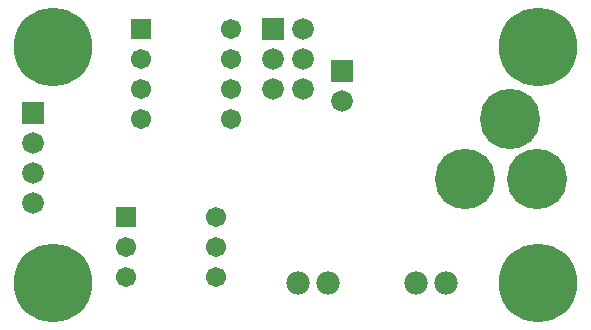
<source format=gbs>
G04 (created by PCBNEW (2013-05-31 BZR 4019)-stable) date 7/5/2014 3:54:55 PM*
%MOIN*%
G04 Gerber Fmt 3.4, Leading zero omitted, Abs format*
%FSLAX34Y34*%
G01*
G70*
G90*
G04 APERTURE LIST*
%ADD10C,0.00590551*%
%ADD11C,0.262*%
%ADD12R,0.072X0.072*%
%ADD13C,0.072*%
%ADD14C,0.201*%
%ADD15R,0.067X0.067*%
%ADD16C,0.067*%
%ADD17C,0.078*%
G04 APERTURE END LIST*
G54D10*
G54D11*
X1574Y-9448D03*
G54D12*
X11200Y-2400D03*
G54D13*
X11200Y-3400D03*
G54D11*
X17716Y-9448D03*
X17716Y-1574D03*
X1574Y-1574D03*
G54D14*
X17700Y-6000D03*
X15300Y-6000D03*
X16800Y-4000D03*
G54D12*
X8900Y-1000D03*
G54D13*
X9900Y-1000D03*
X8900Y-2000D03*
X9900Y-2000D03*
X8900Y-3000D03*
X9900Y-3000D03*
G54D15*
X4011Y-7267D03*
G54D16*
X4011Y-8267D03*
X4011Y-9267D03*
X7011Y-9267D03*
X7011Y-8267D03*
X7011Y-7267D03*
G54D12*
X900Y-3800D03*
G54D13*
X900Y-4800D03*
X900Y-5800D03*
X900Y-6800D03*
G54D15*
X4500Y-1000D03*
G54D16*
X4500Y-2000D03*
X4500Y-3000D03*
X4500Y-4000D03*
X7500Y-4000D03*
X7500Y-3000D03*
X7500Y-2000D03*
X7500Y-1000D03*
G54D17*
X13673Y-9448D03*
X14673Y-9448D03*
X9736Y-9448D03*
X10736Y-9448D03*
M02*

</source>
